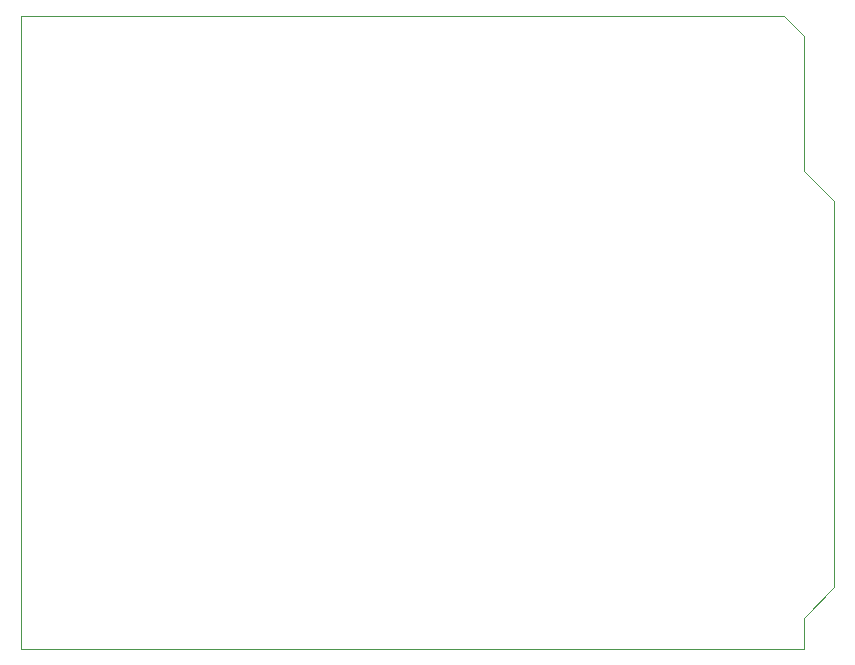
<source format=gbr>
%TF.GenerationSoftware,KiCad,Pcbnew,5.1.9-73d0e3b20d~88~ubuntu20.04.1*%
%TF.CreationDate,2021-03-04T20:11:02-03:00*%
%TF.ProjectId,shield-attiny,73686965-6c64-42d6-9174-74696e792e6b,rev?*%
%TF.SameCoordinates,Original*%
%TF.FileFunction,Profile,NP*%
%FSLAX46Y46*%
G04 Gerber Fmt 4.6, Leading zero omitted, Abs format (unit mm)*
G04 Created by KiCad (PCBNEW 5.1.9-73d0e3b20d~88~ubuntu20.04.1) date 2021-03-04 20:11:02*
%MOMM*%
%LPD*%
G01*
G04 APERTURE LIST*
%TA.AperFunction,Profile*%
%ADD10C,0.050000*%
%TD*%
G04 APERTURE END LIST*
D10*
X107800000Y-65900000D02*
X107800000Y-119500000D01*
X172400000Y-65900000D02*
X107800000Y-65900000D01*
X172500000Y-66000000D02*
X172400000Y-65900000D01*
X174100000Y-67600000D02*
X172500000Y-66000000D01*
X174100000Y-79000000D02*
X174100000Y-67600000D01*
X176700000Y-81600000D02*
X174100000Y-79000000D01*
X176700000Y-114300000D02*
X176700000Y-81600000D01*
X174100000Y-116900000D02*
X176700000Y-114300000D01*
X174100000Y-119500000D02*
X174100000Y-116900000D01*
X107800000Y-119500000D02*
X174100000Y-119500000D01*
M02*

</source>
